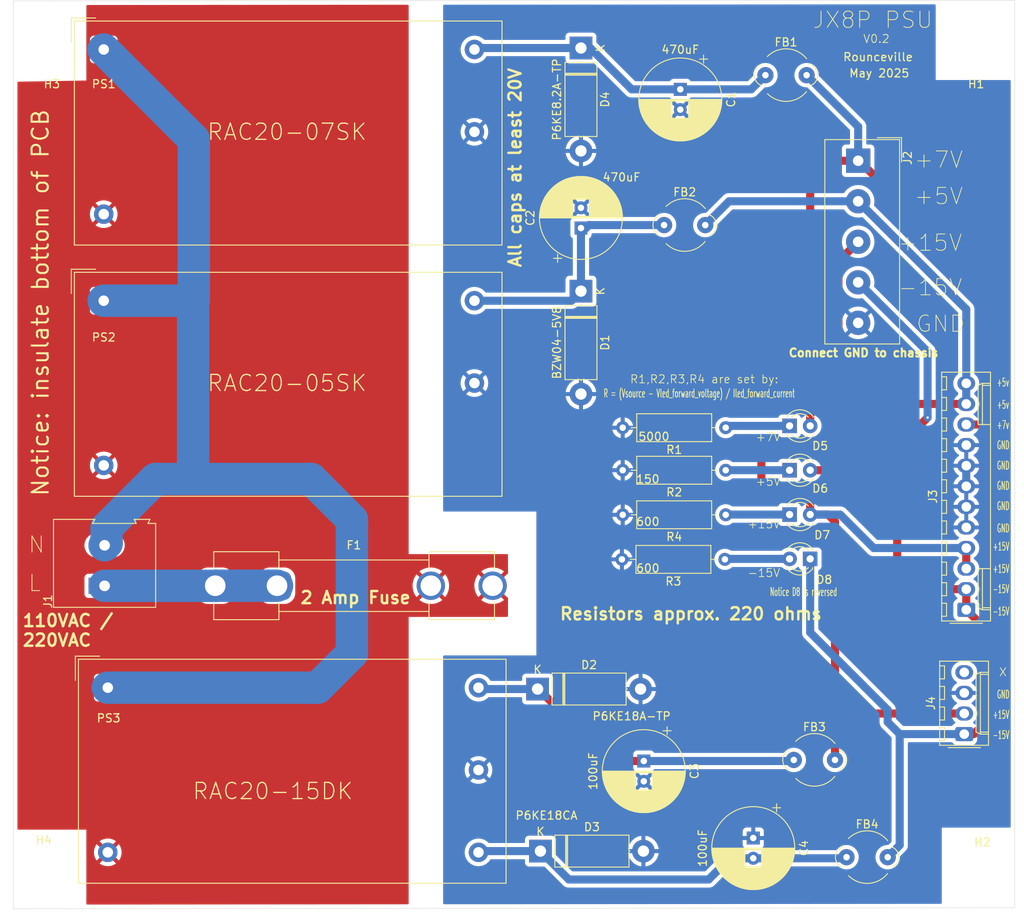
<source format=kicad_pcb>
(kicad_pcb (version 20241229) (generator "pcbnew") (generator_version "9.0")
  (layers (0 "F.Cu" signal) (2 "B.Cu" signal) (13 "F.Paste" user) (15 "B.Paste" user) (5 "F.SilkS" user "F.Silkscreen") (7 "B.SilkS" user "B.Silkscreen") (1 "F.Mask" user) (3 "B.Mask" user) (25 "Edge.Cuts" user))
  (net 0 "")
  (net 1 "GND")
  (net 2 "Net-(D4-K)")
  (net 3 "Net-(D1-K)")
  (net 4 "Net-(D2-K)")
  (net 5 "Net-(PS3--Vout)")
  (net 6 "/+7V")
  (net 7 "Net-(D5-K)")
  (net 8 "/+5V")
  (net 9 "Net-(D6-K)")
  (net 10 "/+15V")
  (net 11 "Net-(D7-K)")
  (net 12 "/-15V")
  (net 13 "Net-(J1-Pin_1)")
  (net 15 "Net-(D8-A)")
  (net 16 "Net-(PS1-VAC_IN_(L))")
  (net 17 "Net-(J1-Pin_2)")
  (footprint "Resistor_THT:R_Axial_DIN0309_L9.0mm_D3.2mm_P12.70mm_Horizontal" (layer "F.Cu") (at 105.85 71.9 180)
    (property "Reference" "R1" (at 6.35 -2.72 0) (layer "F.SilkS"))
    (property "Value" "5000" (at 8.85 -1.1 0) (layer "F.SilkS"))
    (pad "1" thru_hole circle (at 0 0 180) (size 1.6 1.6) (drill 0.8) (layers "*.Cu" "*.Mask") (net 7 "Net-(D5-K)"))
    (pad "2" thru_hole oval (at 12.7 0 180) (size 1.6 1.6) (drill 0.8) (layers "*.Cu" "*.Mask") (net 1 "GND"))
  )
  (footprint "Fuse:Fuseholder_Clip-6.3x32mm_Littelfuse_102_Inline_P34.21x7.62mm_D2.54mm_Horizontal" (layer "F.Cu") (at 42.895 91.4)
    (property "Reference" "F1" (at 17.1 -5 0) (layer "F.SilkS"))
    (property "Value" "Fuse")
    (pad "1" thru_hole roundrect (at 0 0) (size 3.5 3.5) (drill 2.54) (layers "*.Cu" "*.Mask") (net 13 "Net-(J1-Pin_1)"))
    (pad "1" thru_hole roundrect (at 7.62 0) (size 3.5 3.5) (drill 2.54) (layers "*.Cu" "*.Mask") (net 13 "Net-(J1-Pin_1)"))
    (pad "2" thru_hole circle (at 26.59 0) (size 3.5 3.5) (drill 2.54) (layers "*.Cu" "*.Mask") (net 16 "Net-(PS1-VAC_IN_(L))"))
    (pad "2" thru_hole circle (at 34.21 0) (size 3.5 3.5) (drill 2.54) (layers "*.Cu" "*.Mask") (net 16 "Net-(PS1-VAC_IN_(L))"))
  )
  (footprint "Capacitor_THT:CP_Radial_D10.0mm_P2.50mm" (layer "F.Cu") (at 88 47.267677 90)
    (property "Reference" "C2" (at 1.25 -6.25 90) (layer "F.SilkS"))
    (property "Value" "470uF" (at 6.267677 5 180) (layer "F.SilkS"))
    (pad "1" thru_hole rect (at 0 0 90) (size 1.6 1.6) (drill 0.8) (layers "*.Cu" "*.Mask") (net 3 "Net-(D1-K)"))
    (pad "2" thru_hole circle (at 2.5 0 90) (size 1.6 1.6) (drill 0.8) (layers "*.Cu" "*.Mask") (net 1 "GND"))
  )
  (footprint "Capacitor_THT:CP_Radial_D10.0mm_P2.50mm" (layer "F.Cu") (at 100.25 30.15 -90)
    (property "Reference" "C1" (at 1.25 -6.25 90) (layer "F.SilkS"))
    (property "Value" "470uF" (at -4.9 0 0) (layer "F.SilkS"))
    (pad "1" thru_hole rect (at 0 0 270) (size 1.6 1.6) (drill 0.8) (layers "*.Cu" "*.Mask") (net 2 "Net-(D4-K)"))
    (pad "2" thru_hole circle (at 2.5 0 270) (size 1.6 1.6) (drill 0.8) (layers "*.Cu" "*.Mask") (net 1 "GND"))
  )
  (footprint "LED_THT:LED_D3.0mm" (layer "F.Cu") (at 113.73 71.68)
    (property "Reference" "D5" (at 3.77 2.47 0) (layer "F.SilkS"))
    (property "Value" "LED")
    (pad "1" thru_hole rect (at 0 0) (size 1.8 1.8) (drill 0.9) (layers "*.Cu" "*.Mask") (net 7 "Net-(D5-K)"))
    (pad "2" thru_hole circle (at 2.54 0) (size 1.8 1.8) (drill 0.9) (layers "*.Cu" "*.Mask") (net 6 "/+7V"))
  )
  (footprint "Capacitor_THT:CP_Radial_D10.0mm_P2.50mm" (layer "F.Cu") (at 95.75 113.032323 -90)
    (property "Reference" "C3" (at 1.25 -6.25 90) (layer "F.SilkS"))
    (property "Value" "100uF" (at 1.25 6.25 90) (layer "F.SilkS"))
    (pad "1" thru_hole rect (at 0 0 270) (size 1.6 1.6) (drill 0.8) (layers "*.Cu" "*.Mask") (net 4 "Net-(D2-K)"))
    (pad "2" thru_hole circle (at 2.5 0 270) (size 1.6 1.6) (drill 0.8) (layers "*.Cu" "*.Mask") (net 1 "GND"))
  )
  (footprint "Converter_ACDC:Converter_ACDC_Recom_RAC20-xxDK_THT" (layer "F.Cu") (at 29.6425 103.9825)
    (property "Reference" "PS3" (at 0.1075 3.7675 0) (layer "F.SilkS"))
    (property "Value" "RAC20-15DK" (at 20.3575 12.7675 0) (layer "F.SilkS") (effects (font (size 2 2))))
    (pad "1" thru_hole rect (at 0 0) (size 2.4 2.4) (drill 1.3) (layers "*.Cu" "*.Mask") (net 17 "Net-(J1-Pin_2)"))
    (pad "2" thru_hole circle (at 0 20.32) (size 2.4 2.4) (drill 1.3) (layers "*.Cu" "*.Mask") (net 16 "Net-(PS1-VAC_IN_(L))"))
    (pad "3" thru_hole circle (at 45.72 20.32) (size 2.4 2.4) (drill 1.3) (layers "*.Cu" "*.Mask") (net 5 "Net-(PS3--Vout)"))
    (pad "4" thru_hole circle (at 45.72 10.16) (size 2.4 2.4) (drill 1.3) (layers "*.Cu" "*.Mask") (net 1 "GND"))
    (pad "5" thru_hole circle (at 45.72 0) (size 2.4 2.4) (drill 1.3) (layers "*.Cu" "*.Mask") (net 4 "Net-(D2-K)"))
  )
  (footprint "MountingHole:MountingHole_3.2mm_M3" (layer "F.Cu") (at 137.5 23.25)
    (property "Reference" "H1" (at -0.761905 6.25 0) (layer "F.SilkS"))
    (property "Value" "MountingHole")
    (pad "" np_thru_hole circle (at 0 0) (size 3.2 3.2) (drill 3.2) (layers "*.Cu" "*.Mask"))
  )
  (footprint "Ferrite_THT:LairdTech_28C0236-0JW-10" (layer "F.Cu") (at 120.75 124.9)
    (property "Reference" "FB4" (at 2.54 -4.064 0) (layer "F.SilkS"))
    (property "Value" "FerriteBead")
    (pad "1" thru_hole circle (at 0 0) (size 2 2) (drill 0.8) (layers "*.Cu" "*.Mask") (net 5 "Net-(PS3--Vout)"))
    (pad "2" thru_hole circle (at 5.08 0) (size 2 2) (drill 0.8) (layers "*.Cu" "*.Mask") (net 12 "/-15V"))
  )
  (footprint "LED_THT:LED_D3.0mm" (layer "F.Cu") (at 113.73 82.62)
    (property "Reference" "D7" (at 4.02 2.53 0) (layer "F.SilkS"))
    (property "Value" "LED")
    (pad "1" thru_hole rect (at 0 0) (size 1.8 1.8) (drill 0.9) (layers "*.Cu" "*.Mask") (net 11 "Net-(D7-K)"))
    (pad "2" thru_hole circle (at 2.54 0) (size 1.8 1.8) (drill 0.9) (layers "*.Cu" "*.Mask") (net 10 "/+15V"))
  )
  (footprint "Capacitor_THT:CP_Radial_D10.0mm_P2.50mm" (layer "F.Cu") (at 109.25 122.532323 -90)
    (property "Reference" "C4" (at 1.25 -6.25 90) (layer "F.SilkS"))
    (property "Value" "100uF" (at 1.25 6.25 90) (layer "F.SilkS"))
    (pad "1" thru_hole rect (at 0 0 270) (size 1.6 1.6) (drill 0.8) (layers "*.Cu" "*.Mask") (net 1 "GND"))
    (pad "2" thru_hole circle (at 2.5 0 270) (size 1.6 1.6) (drill 0.8) (layers "*.Cu" "*.Mask") (net 5 "Net-(PS3--Vout)"))
  )
  (footprint "MountingHole:MountingHole_3.2mm_M3" (layer "F.Cu") (at 137.5 127.25)
    (property "Reference" "H2" (at 0 -4.2 0) (layer "F.SilkS"))
    (property "Value" "MountingHole")
    (pad "" np_thru_hole circle (at 0 0) (size 3.2 3.2) (drill 3.2) (layers "*.Cu" "*.Mask"))
  )
  (footprint "LED_THT:LED_D3.0mm" (layer "F.Cu") (at 116.27 88.09 180)
    (property "Reference" "D8" (at -1.73 -2.56 0) (layer "F.SilkS"))
    (property "Value" "LED")
    (pad "1" thru_hole rect (at 0 0 180) (size 1.8 1.8) (drill 0.9) (layers "*.Cu" "*.Mask") (net 12 "/-15V"))
    (pad "2" thru_hole circle (at 2.54 0 180) (size 1.8 1.8) (drill 0.9) (layers "*.Cu" "*.Mask") (net 15 "Net-(D8-A)"))
  )
  (footprint "Ferrite_THT:LairdTech_28C0236-0JW-10" (layer "F.Cu") (at 110.75 28.4)
    (property "Reference" "FB1" (at 2.54 -4.064 0) (layer "F.SilkS"))
    (property "Value" "FerriteBead")
    (pad "1" thru_hole circle (at 0 0) (size 2 2) (drill 0.8) (layers "*.Cu" "*.Mask") (net 2 "Net-(D4-K)"))
    (pad "2" thru_hole circle (at 5.08 0) (size 2 2) (drill 0.8) (layers "*.Cu" "*.Mask") (net 6 "/+7V"))
  )
  (footprint "Ferrite_THT:LairdTech_28C0236-0JW-10" (layer "F.Cu") (at 98.25 46.9)
    (property "Reference" "FB2" (at 2.54 -4.064 0) (layer "F.SilkS"))
    (property "Value" "FerriteBead")
    (pad "1" thru_hole circle (at 0 0) (size 2 2) (drill 0.8) (layers "*.Cu" "*.Mask") (net 3 "Net-(D1-K)"))
    (pad "2" thru_hole circle (at 5.08 0) (size 2 2) (drill 0.8) (layers "*.Cu" "*.Mask") (net 8 "/+5V"))
  )
  (footprint "Connector_Molex:Molex_KK-254_AE-6410-04A_1x04_P2.54mm_Vertical" (layer "F.Cu") (at 135.27 109.71 90)
    (property "Reference" "J4" (at 3.81 -4.12 90) (layer "F.SilkS"))
    (property "Value" "Conn_01x04_Pin")
    (pad "1" thru_hole roundrect (at 0 0 90) (size 1.74 2.19) (drill 1.19) (layers "*.Cu" "*.Mask") (roundrect_rratio 0.143678) (net 12 "/-15V"))
    (pad "2" thru_hole oval (at 2.54 0 90) (size 1.74 2.19) (drill 1.19) (layers "*.Cu" "*.Mask") (net 10 "/+15V"))
    (pad "3" thru_hole oval (at 5.08 0 90) (size 1.74 2.19) (drill 1.19) (layers "*.Cu" "*.Mask") (net 1 "GND"))
    (pad "4" thru_hole oval (at 7.62 0 90) (size 1.74 2.19) (drill 1.19) (layers "*.Cu" "*.Mask"))
  )
  (footprint "TerminalBlock_Altech:Altech_AK100_1x05_P5.00mm" (layer "F.Cu") (at 122.1875 38.9625 -90)
    (property "Reference" "J2" (at -0.35 -6.09 90) (layer "F.SilkS"))
    (property "Value" "Screw_Terminal_01x05")
    (pad "1" thru_hole rect (at 0 0 270) (size 3 3) (drill 1.3) (layers "*.Cu" "*.Mask") (net 6 "/+7V"))
    (pad "2" thru_hole circle (at 5 0 270) (size 3 3) (drill 1.3) (layers "*.Cu" "*.Mask") (net 8 "/+5V"))
    (pad "3" thru_hole circle (at 10 0 270) (size 3 3) (drill 1.3) (layers "*.Cu" "*.Mask") (net 10 "/+15V"))
    (pad "4" thru_hole circle (at 15 0 270) (size 3 3) (drill 1.3) (layers "*.Cu" "*.Mask") (net 12 "/-15V"))
    (pad "5" thru_hole circle (at 20 0 270) (size 3 3) (drill 1.3) (layers "*.Cu" "*.Mask") (net 1 "GND"))
  )
  (footprint "TerminalBlock:TerminalBlock_Altech_AK300-2_P5.00mm" (layer "F.Cu") (at 29.25 91.415 90)
    (property "Reference" "J1" (at -1.92 -6.99 90) (layer "F.SilkS"))
    (property "Value" "Screw_Terminal_01x02")
    (pad "1" thru_hole rect (at 0 0 90) (size 1.98 3.96) (drill 1.32) (layers "*.Cu" "*.Mask") (net 13 "Net-(J1-Pin_1)"))
    (pad "2" thru_hole oval (at 5 0 90) (size 1.98 3.96) (drill 1.32) (layers "*.Cu" "*.Mask") (net 17 "Net-(J1-Pin_2)"))
  )
  (footprint "Converter_ACDC:Converter_ACDC_Recom_RAC20-xxSK_THT" (layer "F.Cu") (at 29.1425 25.2325)
    (property "Reference" "PS1" (at 0 4.2675 0) (layer "F.SilkS"))
    (property "Value" "RAC20-07SK" (at 22.6075 10.1675 0) (layer "F.SilkS") (effects (font (size 2 2))))
    (pad "1" thru_hole rect (at 0 0) (size 2.4 2.4) (drill 1.3) (layers "*.Cu" "*.Mask") (net 17 "Net-(J1-Pin_2)"))
    (pad "2" thru_hole circle (at 0 20.32) (size 2.4 2.4) (drill 1.3) (layers "*.Cu" "*.Mask") (net 16 "Net-(PS1-VAC_IN_(L))"))
    (pad "4" thru_hole circle (at 45.72 10.16) (size 2.4 2.4) (drill 1.3) (layers "*.Cu" "*.Mask") (net 1 "GND"))
    (pad "5" thru_hole circle (at 45.72 0) (size 2.4 2.4) (drill 1.3) (layers "*.Cu" "*.Mask") (net 2 "Net-(D4-K)"))
  )
  (footprint "MountingHole:MountingHole_3.2mm_M3" (layer "F.Cu") (at 21.5 23.25)
    (property "Reference" "H3" (at 1.25 6.25 0) (layer "F.SilkS"))
    (property "Value" "MountingHole")
    (pad "" np_thru_hole circle (at 0 0) (size 3.2 3.2) (drill 3.2) (layers "*.Cu" "*.Mask"))
  )
  (footprint "Diode_THT:D_5W_P12.70mm_Horizontal" (layer "F.Cu") (at 88 25.05 -90)
    (property "Reference" "D4" (at 6.35 -2.97 90) (layer "F.SilkS"))
    (property "Value" "P6KE8.2A-TP" (at 6.35 2.97 90) (layer "F.SilkS"))
    (fp_text user "K" (at 0 -2.4 90) (layer "F.SilkS"))
    (pad "1" thru_hole rect (at 0 0 270) (size 2.8 2.8) (drill 1.4) (layers "*.Cu" "*.Mask") (net 2 "Net-(D4-K)"))
    (pad "2" thru_hole oval (at 12.7 0 270) (size 2.8 2.8) (drill 1.4) (layers "*.Cu" "*.Mask") (net 1 "GND"))
  )
  (footprint "Resistor_THT:R_Axial_DIN0309_L9.0mm_D3.2mm_P12.70mm_Horizontal" (layer "F.Cu") (at 105.85 82.65 180)
    (property "Reference" "R4" (at 6.35 -2.72 0) (layer "F.SilkS"))
    (property "Value" "600" (at 9.6 -0.85 0) (layer "F.SilkS"))
    (pad "1" thru_hole circle (at 0 0 180) (size 1.6 1.6) (drill 0.8) (layers "*.Cu" "*.Mask") (net 11 "Net-(D7-K)"))
    (pad "2" thru_hole oval (at 12.7 0 180) (size 1.6 1.6) (drill 0.8) (layers "*.Cu" "*.Mask") (net 1 "GND"))
  )
  (footprint "Diode_THT:D_5W_P12.70mm_Horizontal" (layer "F.Cu") (at 83 124.15)
    (property "Reference" "D3" (at 6.35 -2.97 0) (layer "F.SilkS"))
    (property "Value" "P6KE18CA" (at 0.75 -4.4 0) (layer "F.SilkS"))
    (fp_text user "K" (at 0 -2.4 0) (layer "F.SilkS"))
    (pad "1" thru_hole rect (at 0 0) (size 2.8 2.8) (drill 1.4) (layers "*.Cu" "*.Mask") (net 5 "Net-(PS3--Vout)"))
    (pad "2" thru_hole oval (at 12.7 0) (size 2.8 2.8) (drill 1.4) (layers "*.Cu" "*.Mask") (net 1 "GND"))
  )
  (footprint "Connector_Molex:Molex_KK-254_AE-6410-12A_1x12_P2.54mm_Vertical" (layer "F.Cu") (at 135.52 94.37 90)
    (property "Reference" "J3" (at 13.97 -4.12 90) (layer "F.SilkS"))
    (property "Value" "Conn_01x12_Pin")
    (pad "1" thru_hole roundrect (at 0 0 90) (size 1.74 2.19) (drill 1.19) (layers "*.Cu" "*.Mask") (roundrect_rratio 0.143678) (net 12 "/-15V"))
    (pad "2" thru_hole oval (at 2.54 0 90) (size 1.74 2.19) (drill 1.19) (layers "*.Cu" "*.Mask") (net 12 "/-15V"))
    (pad "3" thru_hole oval (at 5.08 0 90) (size 1.74 2.19) (drill 1.19) (layers "*.Cu" "*.Mask") (net 10 "/+15V"))
    (pad "4" thru_hole oval (at 7.62 0 90) (size 1.74 2.19) (drill 1.19) (layers "*.Cu" "*.Mask") (net 10 "/+15V"))
    (pad "5" thru_hole oval (at 10.16 0 90) (size 1.74 2.19) (drill 1.19) (layers "*.Cu" "*.Mask") (net 1 "GND"))
    (pad "6" thru_hole oval (at 12.7 0 90) (size 1.74 2.19) (drill 1.19) (layers "*.Cu" "*.Mask") (net 1 "GND"))
    (pad "7" thru_hole oval (at 15.24 0 90) (size 1.74 2.19) (drill 1.19) (layers "*.Cu" "*.Mask") (net 1 "GND"))
    (pad "8" thru_hole oval (at 17.78 0 90) (size 1.74 2.19) (drill 1.19) (layers "*.Cu" "*.Mask") (net 1 "GND"))
    (pad "9" thru_hole oval (at 20.32 0 90) (size 1.74 2.19) (drill 1.19) (layers "*.Cu" "*.Mask") (net 1 "GND"))
    (pad "10" thru_hole oval (at 22.86 0 90) (size 1.74 2.19) (drill 1.19) (layers "*.Cu" "*.Mask") (net 6 "/+7V"))
    (pad "11" thru_hole oval (at 25.4 0 90) (size 1.74 2.19) (drill 1.19) (layers "*.Cu" "*.Mask") (net 8 "/+5V"))
    (pad "12" thru_hole oval (at 27.94 0 90) (size 1.74 2.19) (drill 1.19) (layers "*.Cu" "*.Mask") (net 8 "/+5V"))
  )
  (footprint "Resistor_THT:R_Axial_DIN0309_L9.0mm_D3.2mm_P12.70mm_Horizontal" (layer "F.Cu") (at 105.85 77.15 180)
    (property "Reference" "R2" (at 6.35 -2.72 0) (layer "F.SilkS"))
    (property "Value" "150" (at 9.6 -1.1 0) (layer "F.SilkS"))
    (pad "1" thru_hole circle (at 0 0 180) (size 1.6 1.6) (drill 0.8) (layers "*.Cu" "*.Mask") (net 9 "Net-(D6-K)"))
    (pad "2" thru_hole oval (at 12.7 0 180) (size 1.6 1.6) (drill 0.8) (layers "*.Cu" "*.Mask") (net 1 "GND"))
  )
  (footprint "Diode_THT:D_5W_P12.70mm_Horizontal" (layer "F.Cu") (at 82.65 104.15)
    (property "Reference" "D2" (at 6.35 -2.97 0) (layer "F.SilkS"))
    (property "Value" "P6KE18A-TP" (at 11.6 3.35 0) (layer "F.SilkS"))
    (fp_text user "K" (at 0 -2.4 0) (layer "F.SilkS"))
    (pad "1" thru_hole rect (at 0 0) (size 2.8 2.8) (drill 1.4) (layers "*.Cu" "*.Mask") (net 4 "Net-(D2-K)"))
    (pad "2" thru_hole oval (at 12.7 0) (size 2.8 2.8) (drill 1.4) (layers "*.Cu" "*.Mask") (net 1 "GND"))
  )
  (footprint "Diode_THT:D_5W_P12.70mm_Horizontal" (layer "F.Cu") (at 88 55.05 -90)
    (property "Reference" "D1" (at 6.35 -2.97 90) (layer "F.SilkS"))
    (property "Value" "BZW04-5V8" (at 6.35 2.97 90) (layer "F.SilkS"))
    (fp_text user "K" (at 0 -2.4 90) (layer "F.SilkS"))
    (pad "1" thru_hole rect (at 0 0 270) (size 2.8 2.8) (drill 1.4) (layers "*.Cu" "*.Mask") (net 3 "Net-(D1-K)"))
    (pad "2" thru_hole oval (at 12.7 0 270) (size 2.8 2.8) (drill 1.4) (layers "*.Cu" "*.Mask") (net 1 "GND"))
  )
  (footprint "Ferrite_THT:LairdTech_28C0236-0JW-10" (layer "F.Cu") (at 114.25 112.9)
    (property "Reference" "FB3" (at 2.54 -4.064 0) (layer "F.SilkS"))
    (property "Value" "FerriteBead")
    (pad "1" thru_hole circle (at 0 0) (size 2 2) (drill 0.8) (layers "*.Cu" "*.Mask") (net 4 "Net-(D2-K)"))
    (pad "2" thru_hole circle (at 5.08 0) (size 2 2) (drill 0.8) (layers "*.Cu" "*.Mask") (net 10 "/+15V"))
  )
  (footprint "Resistor_THT:R_Axial_DIN0309_L9.0mm_D3.2mm_P12.70mm_Horizontal" (layer "F.Cu") (at 105.75 88.15 180)
    (property "Reference" "R3" (at 6.35 -2.72 0) (layer "F.SilkS"))
    (property "Value" "600" (at 9.5 -1.1 0) (layer "F.SilkS"))
    (pad "1" thru_hole circle (at 0 0 180) (size 1.6 1.6) (drill 0.8) (layers "*.Cu" "*.Mask") (net 15 "Net-(D8-A)"))
    (pad "2" thru_hole oval (at 12.7 0 180) (size 1.6 1.6) (drill 0.8) (layers "*.Cu" "*.Mask") (net 1 "GND"))
  )
  (footprint "MountingHole:MountingHole_3.2mm_M3" (layer "F.Cu") (at 21.75 127)
    (property "Reference" "H4" (at 0 -4.2 0) (layer "F.SilkS"))
    (property "Value" "MountingHole")
    (pad "" np_thru_hole circle (at 0 0) (size 3.2 3.2) (drill 3.2) (layers "*.Cu" "*.Mask"))
  )
  (footprint "Converter_ACDC:Converter_ACDC_Recom_RAC20-xxSK_THT" (layer "F.Cu") (at 29.1425 56.2325)
    (property "Reference" "PS2" (at 0 4.5175 0) (layer "F.SilkS"))
    (property "Value" "RAC20-05SK" (at 22.6075 10.1675 0) (layer "F.SilkS") (effects (font (size 2 2))))
    (pad "1" thru_hole rect (at 0 0) (size 2.4 2.4) (drill 1.3) (layers "*.Cu" "*.Mask") (net 17 "Net-(J1-Pin_2)"))
    (pad "2" thru_hole circle (at 0 20.32) (size 2.4 2.4) (drill 1.3) (layers "*.Cu" "*.Mask") (net 16 "Net-(PS1-VAC_IN_(L))"))
    (pad "4" thru_hole circle (at 45.72 10.16) (size 2.4 2.4) (drill 1.3) (layers "*.Cu" "*.Mask") (net 1 "GND"))
    (pad "5" thru_hole circle (at 45.72 0) (size 2.4 2.4) (drill 1.3) (layers "*.Cu" "*.Mask") (net 3 "Net-(D1-K)"))
  )
  (footprint "LED_THT:LED_D3.0mm" (layer "F.Cu") (at 113.73 77.15)
    (property "Reference" "D6" (at 3.77 2.25 0) (layer "F.SilkS"))
    (property "Value" "LED")
    (pad "1" thru_hole rect (at 0 0) (size 1.8 1.8) (drill 0.9) (layers "*.Cu" "*.Mask") (net 9 "Net-(D6-K)"))
    (pad "2" thru_hole circle (at 2.54 0) (size 1.8 1.8) (drill 0.9) (layers "*.Cu" "*.Mask") (net 8 "/+5V"))
  )
  (gr_line (start 141.5 44.75) (end 141.5 20.9) (stroke (width 0.05)) (layer "Edge.Cuts"))
  (gr_line (start 141.5 19.15) (end 141.5 20.9) (stroke (width 0.05)) (layer "Edge.Cuts"))
  (gr_line (start 141.5 19.15) (end 17.999271 19.25) (stroke (width 0.05)) (layer "Edge.Cuts"))
  (gr_line (start 17.999271 19.25) (end 18 131.25) (stroke (width 0.05)) (layer "Edge.Cuts"))
  (gr_line (start 18.25 131.25) (end 18 131.25) (stroke (width 0.05)) (layer "Edge.Cuts"))
  (gr_line (start 18.25 131.25) (end 141.5 131.15) (stroke (width 0.05)) (layer "Edge.Cuts"))
  (gr_line (start 141.5 131.15) (end 141.5 121.5) (stroke (width 0.05)) (layer "Edge.Cuts"))
  (gr_line (start 141.5 121.5) (end 141.5 44.75) (stroke (width 0.05)) (layer "Edge.Cuts"))
  (gr_text "-15V" (at 138.75 110.4 0) (layer "F.SilkS") (effects (font (size 1 0.5) (thickness 0.1)) (justify left bottom)))
  (gr_text "+15V" (at 108.5 84.4 0) (layer "F.SilkS") (effects (font (size 1 1) (thickness 0.1)) (justify left bottom)))
  (gr_text "+5V" (at 129 44.5 0) (layer "F.SilkS") (effects (font (size 2 2) (thickness 0.1)) (justify left bottom)))
  (gr_text "GND" (at 139.25 77.15 0) (layer "F.SilkS") (effects (font (size 1 0.5) (thickness 0.1)) (justify left bottom)))
  (gr_text "-15V" (at 138.75 95.15 0) (layer "F.SilkS") (effects (font (size 1 0.5) (thickness 0.1)) (justify left bottom)))
  (gr_text "L" (at 19.75 92.25 0) (layer "F.SilkS") (effects (font (size 2 2) (thickness 0.1)) (justify left bottom)))
  (gr_text "-15V" (at 138.75 92.4 0) (layer "F.SilkS") (effects (font (size 1 0.5) (thickness 0.1)) (justify left bottom)))
  (gr_text "N" (at 19.75 87.5 0) (layer "F.SilkS") (effects (font (size 2 2) (thickness 0.1)) (justify left bottom)))
  (gr_text "R = (Vsource - Vled_forward_voltage) / Iled_forward_current" (at 90.75 68.25 0) (layer "F.SilkS") (effects (font (size 1 0.5) (thickness 0.1)) (justify left bottom)))
  (gr_text "+5V" (at 109.5 79.15 0) (layer "F.SilkS") (effects (font (size 1 1) (thickness 0.1)) (justify left bottom)))
  (gr_text "+5v" (at 139.25 69.65 0) (layer "F.SilkS") (effects (font (size 1 0.5) (thickness 0.1)) (justify left bottom)))
  (gr_text "Notice: insulate bottom of PCB" (at 22.5 80.5 90) (layer "F.SilkS") (effects (font (size 2 2) (thickness 0.25) (bold yes)) (justify left bottom)))
  (gr_text "R1,R2,R3,R4 are set by:" (at 94 66.5 0) (layer "F.SilkS") (effects (font (size 1 1) (thickness 0.1)) (justify left bottom)))
  (gr_text "+7V" (at 109.5 73.65 0) (layer "F.SilkS") (effects (font (size 1 1) (thickness 0.1)) (justify left bottom)))
  (gr_text "May 2025" (at 121 28.75 0) (layer "F.SilkS") (effects (font (size 1 1)) (justify left bottom)))
  (gr_text "GND" (at 139.25 79.65 0) (layer "F.SilkS") (effects (font (size 1 0.5) (thickness 0.1)) (justify left bottom)))
  (gr_text "+15V" (at 127 50.25 0) (layer "F.SilkS") (effects (font (size 2 2) (thickness 0.1)) (justify left bottom)))
  (gr_text "Connect GND to chassis" (at 113.5 63.25 0) (layer "F.SilkS") (effects (font (size 1 1) (thickness 0.25) (bold yes)) (justify left bottom)))
  (gr_text "All caps at least 20V" (at 80.75 52.25 90) (layer "F.SilkS") (effects (font (size 1.5 1.5) (thickness 0.3) (bold yes)) (justify left bottom)))
  (gr_text "110VAC /\n220VAC" (at 19 99 0) (layer "F.SilkS") (effects (font (size 1.5 1.5) (thickness 0.3) (bold yes)) (justify left bottom)))
  (gr_text "GND" (at 139.25 105.4 0) (layer "F.SilkS") (effects (font (size 1 0.5) (thickness 0.1)) (justify left bottom)))
  (gr_text "+5v" (at 139.25 66.9 0) (layer "F.SilkS") (effects (font (size 1 0.5) (thickness 0.1)) (justify left bottom)))
  (gr_text "+15V" (at 138.75 107.9 0) (layer "F.SilkS") (effects (font (size 1 0.5) (thickness 0.1)) (justify left bottom)))
  (gr_text "GND" (at 129.25 60.25 0) (layer "F.SilkS") (effects (font (size 2 2) (thickness 0.1)) (justify left bottom)))
  (gr_text "Rounceville" (at 120.25 26.75 0) (layer "F.SilkS") (effects (font (size 1 1)) (justify left bottom)))
  (gr_text "+15V" (at 138.75 87.15 0) (layer "F.SilkS") (effects (font (size 1 0.5) (thickness 0.1)) (justify left bottom)))
  (gr_text "V0.2" (at 122.75 24.5 0) (layer "F.SilkS") (effects (font (size 1 1) (thickness 0.1)) (justify left bottom)))
  (gr_text "JX8P PSU" (at 116.5 22.75 0) (layer "F.SilkS") (effects (font (size 2 2) (thickness 0.1)) (justify left bottom)))
  (gr_text "+7v" (at 139.25 72.15 0) (layer "F.SilkS") (effects (font (size 1 0.5) (thickness 0.1)) (justify left bottom)))
  (gr_text "GND" (at 139.25 84.9 0) (layer "F.SilkS") (effects (font (size 1 0.5) (thickness 0.1)) (justify left bottom)))
  (gr_text "X" (at 139.5 102.65 0) (layer "F.SilkS") (effects (font (size 1 1) (thickness 0.1)) (justify left bottom)))
  (gr_text "Notice D8 is reversed" (at 111.25 92.75 0) (layer "F.SilkS") (effects (font (size 1 0.5) (thickness 0.1)) (justify left bottom)))
  (gr_text "+7V" (at 129 40 0) (layer "F.SilkS") (effects (font (size 2 2) (thickness 0.1)) (justify left bottom)))
  (gr_text "Resistors approx. 220 ohms" (at 85.25 95.75 0) (layer "F.SilkS") (effects (font (size 1.5 1.5) (thickness 0.3) (bold yes)) (justify left bottom)))
  (gr_text "-15V" (at 127 55.75 0) (layer "F.SilkS") (effects (font (size 2 2) (thickness 0.1)) (justify left bottom)))
  (gr_text "-15V" (at 108.5 90.4 0) (layer "F.SilkS") (effects (font (size 1 1) (thickness 0.1)) (justify left bottom)))
  (gr_text "2 Amp Fuse" (at 53.25 93.75 0) (layer "F.SilkS") (effects (font (size 1.5 1.5) (thickness 0.3) (bold yes)) (justify left bottom)))
  (gr_text "GND" (at 139.25 74.65 0) (layer "F.SilkS") (effects (font (size 1 0.5) (thickness 0.1)) (justify left bottom)))
  (gr_text "GND" (at 139.25 82.15 0) (layer "F.SilkS") (effects (font (size 1 0.5) (thickness 0.1)) (justify left bottom)))
  (gr_text "+15V" (at 138.75 89.9 0) (layer "F.SilkS") (effects (font (size 1 0.5) (thickness 0.1)) (justify left bottom)))
  (segment (start 93.15 88.05) (end 93.05 88.15) (width 1) (layer "B.Cu") (net 1))
  (segment (start 135.52 76.59) (end 135.52 79.13) (width 1) (layer "B.Cu") (net 1))
  (segment (start 88 25.05) (end 75.045 25.05) (width 1) (layer "B.Cu") (net 2))
  (segment (start 100.25 30.15) (end 109 30.15) (width 1) (layer "B.Cu") (net 2))
  (segment (start 88 25.05) (end 89.15 25.05) (width 1) (layer "B.Cu") (net 2))
  (segment (start 94.25 30.15) (end 100.25 30.15) (width 1) (layer "B.Cu") (net 2))
  (segment (start 75.045 25.05) (end 74.8625 25.2325) (width 1) (layer "B.Cu") (net 2))
  (segment (start 109 30.15) (end 110.75 28.4) (width 1) (layer "B.Cu") (net 2))
  (segment (start 89.15 25.05) (end 94.25 30.15) (width 1) (layer "B.Cu") (net 2))
  (segment (start 86.8175 56.2325) (end 88 55.05) (width 1) (layer "B.Cu") (net 3))
  (segment (start 88 55.05) (end 88 47.267677) (width 1) (layer "B.Cu") (net 3))
  (segment (start 74.8625 56.2325) (end 86.8175 56.2325) (width 1) (layer "B.Cu") (net 3))
  (segment (start 88.617677 47.267677) (end 88.985354 46.9) (width 1) (layer "B.Cu") (net 3))
  (segment (start 88 47.267677) (end 88.617677 47.267677) (width 1) (layer "B.Cu") (net 3))
  (segment (start 88.985354 46.9) (end 98.25 46.9) (width 1) (layer "B.Cu") (net 3))
  (segment (start 82.65 104.15) (end 82.75 104.15) (width 1) (layer "F.Cu") (net 4))
  (segment (start 91.632323 113.032323) (end 95.75 113.032323) (width 1) (layer "F.Cu") (net 4))
  (segment (start 82.75 104.15) (end 91.632323 113.032323) (width 1) (layer "F.Cu") (net 4))
  (segment (start 114.117677 113.032323) (end 114.25 112.9) (width 1) (layer "B.Cu") (net 4))
  (segment (start 75.53 104.15) (end 75.3625 103.9825) (width 1) (layer "B.Cu") (net 4))
  (segment (start 95.75 113.032323) (end 114.117677 113.032323) (width 1) (layer "B.Cu") (net 4))
  (segment (start 82.65 104.15) (end 75.53 104.15) (width 1) (layer "B.Cu") (net 4))
  (segment (start 120.617677 125.032323) (end 120.75 124.9) (width 1) (layer "B.Cu") (net 5))
  (segment (start 109.25 125.032323) (end 120.617677 125.032323) (width 1) (layer "B.Cu") (net 5))
  (segment (start 106.367677 125.032323) (end 103.75 127.65) (width 1) (layer "B.Cu") (net 5))
  (segment (start 83 124.15) (end 75.515 124.15) (width 1) (layer "B.Cu") (net 5))
  (segment (start 86.5 127.65) (end 83 124.15) (width 1) (layer "B.Cu") (net 5))
  (segment (start 75.515 124.15) (end 75.3625 124.3025) (width 1) (layer "B.Cu") (net 5))
  (segment (start 103.75 127.65) (end 86.5 127.65) (width 1) (layer "B.Cu") (net 5))
  (segment (start 109.25 125.032323) (end 106.367677 125.032323) (width 1) (layer "B.Cu") (net 5))
  (segment (start 122.3125 38.9625) (end 137.75 54.4) (width 1) (layer "F.Cu") (net 6))
  (segment (start 122.1875 38.9625) (end 117.9375 38.9625) (width 1) (layer "F.Cu") (net 6))
  (segment (start 137.75 54.4) (end 137.75 71.4) (width 1) (layer "F.Cu") (net 6))
  (segment (start 122.1875 38.9625) (end 122.3125 38.9625) (width 1) (layer "F.Cu") (net 6))
  (segment (start 116.27 40.63) (end 116.27 71.68) (width 1) (layer "F.Cu") (net 6))
  (segment (start 137.64 71.51) (end 135.52 71.51) (width 1) (layer "F.Cu") (net 6))
  (segment (start 117.9375 38.9625) (end 116.27 40.63) (width 1) (layer "F.Cu") (net 6))
  (segment (start 137.75 71.4) (end 137.64 71.51) (width 1) (layer "F.Cu") (net 6))
  (segment (start 122.1875 34.7575) (end 122.1875 38.9625) (width 1) (layer "B.Cu") (net 6))
  (segment (start 115.83 28.4) (end 122.1875 34.7575) (width 1) (layer "B.Cu") (net 6))
  (segment (start 113.73 71.68) (end 106.07 71.68) (width 1) (layer "B.Cu") (net 7))
  (segment (start 106.07 71.68) (end 105.85 71.9) (width 1) (layer "B.Cu") (net 7))
  (segment (start 127.68 68.97) (end 119.5 77.15) (width 1) (layer "F.Cu") (net 8))
  (segment (start 135.52 68.97) (end 127.68 68.97) (width 1) (layer "F.Cu") (net 8))
  (segment (start 119.5 77.15) (end 116.27 77.15) (width 1) (layer "F.Cu") (net 8))
  (segment (start 106.2675 43.9625) (end 122.1875 43.9625) (width 1) (layer "B.Cu") (net 8))
  (segment (start 122.1875 43.9625) (end 135.52 57.295) (width 1) (layer "B.Cu") (net 8))
  (segment (start 103.33 46.9) (end 106.2675 43.9625) (width 1) (layer "B.Cu") (net 8))
  (segment (start 135.52 57.295) (end 135.52 66.43) (width 1) (layer "B.Cu") (net 8))
  (segment (start 135.52 66.43) (end 135.52 68.97) (width 1) (layer "B.Cu") (net 8))
  (segment (start 113.73 77.15) (end 105.85 77.15) (width 1) (layer "B.Cu") (net 9))
  (segment (start 119.75 71.65) (end 116.5 74.9) (width 1) (layer "F.Cu") (net 10))
  (segment (start 119.75 51.4) (end 119.75 71.65) (width 1) (layer "F.Cu") (net 10))
  (segment (start 118.47 82.62) (end 119.33 83.48) (width 1) (layer "F.Cu") (net 10))
  (segment (start 115.75 80.15) (end 116.27 80.67) (width 1) (layer "F.Cu") (net 10))
  (segment (start 119.33 83.48) (end 119.33 106.9) (width 1) (layer "F.Cu") (net 10))
  (segment (start 110.25 80.15) (end 115.75 80.15) (width 1) (layer "F.Cu") (net 10))
  (segment (start 116.27 82.62) (end 118.47 82.62) (width 1) (layer "F.Cu") (net 10))
  (segment (start 119.33 106.9) (end 119.6 107.17) (width 1) (layer "F.Cu") (net 10))
  (segment (start 122.1875 48.9625) (end 119.75 51.4) (width 1) (layer "F.Cu") (net 10))
  (segment (start 116.5 74.9) (end 110.25 74.9) (width 1) (layer "F.Cu") (net 10))
  (segment (start 135.52 86.75) (end 135.52 89.29) (width 1) (layer "F.Cu") (net 10))
  (segment (start 119.6 107.17) (end 135.27 107.17) (width 1) (layer "F.Cu") (net 10))
  (segment (start 110.25 74.9) (end 110.25 80.15) (width 1) (layer "F.Cu") (net 10))
  (segment (start 116.27 80.67) (end 116.27 82.62) (width 1) (layer "F.Cu") (net 10))
  (segment (start 119.33 106.9) (end 119.33 112.9) (width 1) (layer "F.Cu") (net 10))
  (segment (start 124.1 86.75) (end 119.97 82.62) (width 1) (layer "B.Cu") (net 10))
  (segment (start 119.97 82.62) (end 116.27 82.62) (width 1) (layer "B.Cu") (net 10))
  (segment (start 135.52 86.75) (end 124.1 86.75) (width 1) (layer "B.Cu") (net 10))
  (segment (start 113.73 82.62) (end 105.88 82.62) (width 1) (layer "B.Cu") (net 11))
  (segment (start 105.88 82.62) (end 105.85 82.65) (width 0.2) (layer "B.Cu") (net 11))
  (segment (start 136.44 109.71) (end 137.5 108.65) (width 1) (layer "F.Cu") (net 12))
  (segment (start 137.5 96.35) (end 135.52 94.37) (width 1) (layer "F.Cu") (net 12))
  (segment (start 130.75 70.65) (end 127 74.4) (width 1) (layer "F.Cu") (net 12))
  (segment (start 127 74.4) (end 127 89.15) (width 1) (layer "F.Cu") (net 12))
  (segment (start 135.52 94.37) (end 135.52 91.83) (width 1) (layer "F.Cu") (net 12))
  (segment (start 135.27 109.71) (end 136.44 109.71) (width 1) (layer "F.Cu") (net 12))
  (segment (start 129.68 91.83) (end 135.52 91.83) (width 1) (layer "F.Cu") (net 12))
  (segment (start 137.5 108.65) (end 137.5 96.35) (width 1) (layer "F.Cu") (net 12))
  (segment (start 127 89.15) (end 129.68 91.83) (width 1) (layer "F.Cu") (net 12))
  (via (at 130.75 70.65) (size 0.6) (drill 0.3) (layers "F.Cu" "B.Cu") (net 12))
  (segment (start 125.83 108.23) (end 127.31 109.71) (width 1) (layer "B.Cu") (net 12))
  (segment (start 116.27 97.17) (end 125.83 106.73) (width 1) (layer "B.Cu") (net 12))
  (segment (start 122.1875 53.9625) (end 130.75 62.525) (width 1) (layer "B.Cu") (net 12))
  (segment (start 130.75 62.525) (end 130.75 70.65) (width 1) (layer "B.Cu") (net 12))
  (segment (start 127.31 109.71) (end 127.31 123.42) (width 1) (layer "B.Cu") (net 12))
  (segment (start 127.31 123.42) (end 125.83 124.9) (width 1) (layer "B.Cu") (net 12))
  (segment (start 116.27 88.09) (end 116.27 97.17) (width 1) (layer "B.Cu") (net 12))
  (segment (start 127.31 109.71) (end 135.27 109.71) (width 1) (layer "B.Cu") (net 12))
  (segment (start 125.83 106.73) (end 125.83 108.23) (width 1) (layer "B.Cu") (net 12))
  (segment (start 29.25 91.415) (end 42.88 91.415) (width 4) (layer "B.Cu") (net 13))
  (segment (start 42.88 91.415) (end 42.895 91.4) (width 4) (layer "B.Cu") (net 13))
  (segment (start 42.895 91.4) (end 50.515 91.4) (width 4) (layer "B.Cu") (net 13))
  (segment (start 113.73 88.09) (end 105.81 88.09) (width 1) (layer "B.Cu") (net 15))
  (segment (start 105.81 88.09) (end 105.75 88.15) (width 0.2) (layer "B.Cu") (net 15))
  (segment (start 55.5175 103.9825) (end 59.75 99.75) (width 4) (layer "B.Cu") (net 17))
  (segment (start 59.75 83.25) (end 54.7325 78.2325) (width 4) (layer "B.Cu") (net 17))
  (segment (start 40.25 36.34) (end 40.25 56.15) (width 4) (layer "B.Cu") (net 17))
  (segment (start 29.5 84.25) (end 29.5 86.165) (width 4) (layer "B.Cu") (net 17))
  (segment (start 29.5 86.165) (end 29.25 86.415) (width 4) (layer "B.Cu") (net 17))
  (segment (start 29.6425 103.9825) (end 55.5175 103.9825) (width 4) (layer "B.Cu") (net 17))
  (segment (start 40.1675 56.2325) (end 29.1425 56.2325) (width 4) (layer "B.Cu") (net 17))
  (segment (start 40.1675 78.2325) (end 35.5175 78.2325) (width 4) (layer "B.Cu") (net 17))
  (segment (start 54.7325 78.2325) (end 40.1675 78.2325) (width 4) (layer "B.Cu") (net 17))
  (segment (start 35.5175 78.2325) (end 29.5 84.25) (width 4) (layer "B.Cu") (net 17))
  (segment (start 29.1425 25.2325) (end 40.25 36.34) (width 4) (layer "B.Cu") (net 17))
  (segment (start 40.25 56.15) (end 40.1675 56.2325) (width 4) (layer "B.Cu") (net 17))
  (segment (start 59.75 99.75) (end 59.75 83.25) (width 4) (layer "B.Cu") (net 17))
  (segment (start 40.1675 78.2325) (end 40.1675 56.2325) (width 4) (layer "B.Cu") (net 17))
  (zone (net 16) (net_name "Net-(PS1-VAC_IN_(L))") (layer "F.Cu") (priority 1) (connect_pads (clearance 0.5)) (min_thickness 0.25) (fill yes (thermal_gap 0.5) (thermal_bridge_width 0.5))
    (polygon (pts (xy 27 19.25) (xy 27 29.060347) (xy 18 29.21552) (xy 18 121.5) (xy 27 121.5) (xy 27 131.25) (xy 66.75 131.25) (xy 66.75 95.25) (xy 79 95.25) (xy 79 87.5) (xy 66.75 87.5) (xy 66.75 19.25)))
  )
  (zone (net 1) (net_name "GND") (layer "B.Cu") (connect_pads (clearance 0.5)) (min_thickness 0.25) (fill yes (thermal_gap 0.5) (thermal_bridge_width 0.5))
    (polygon (pts (xy 132.5 131.25) (xy 132.5 121.25) (xy 141.5 121.25) (xy 141.5 29) (xy 131.75 29) (xy 131.75 19.25) (xy 71 19.25) (xy 71 82.25) (xy 82.5 82.25) (xy 82.5 100) (xy 71 100) (xy 71 131.25)))
  )
)
</source>
